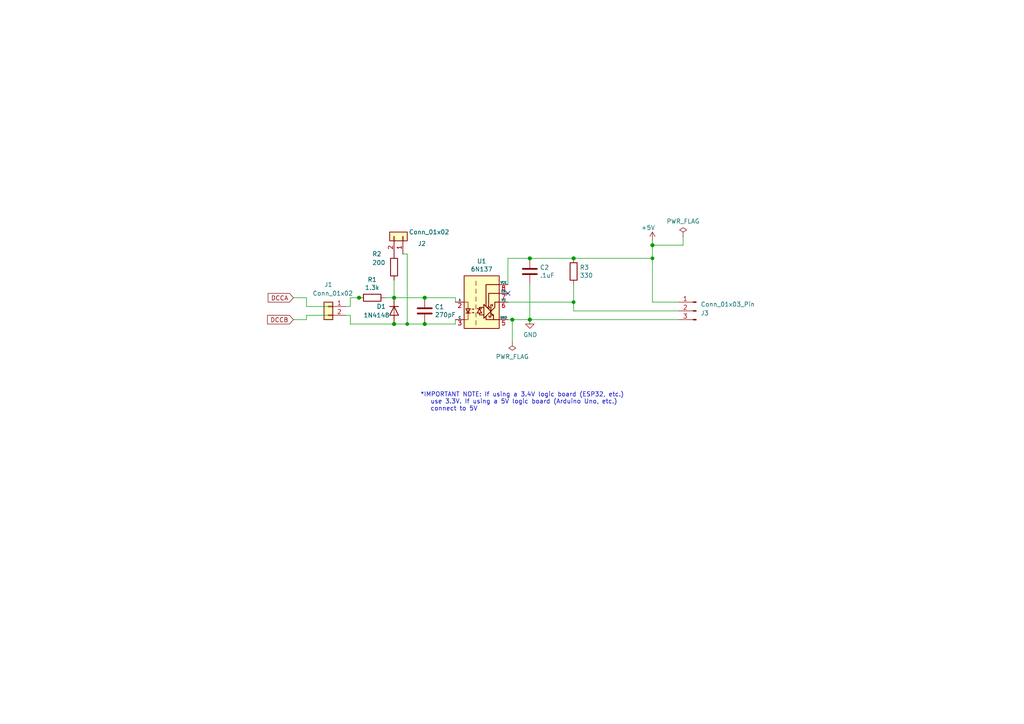
<source format=kicad_sch>
(kicad_sch (version 20230121) (generator eeschema)
  (paper "A4")
  (lib_symbols
    (symbol "Connector:Conn_01x03_Pin" (pin_names (offset 1.016) hide)
      (property "Reference" "J" (at 0 5.08 0))
      (property "Value" "Conn_01x03_Pin" (at 0 -5.08 0))
      (symbol "Conn_01x03_Pin_1_1"
        (polyline (pts (xy 1.27 -2.54) (xy 0.8636 -2.54)) (stroke (width 0.1524)))
        (polyline (pts (xy 1.27 0) (xy 0.8636 0)) (stroke (width 0.1524)))
        (polyline (pts (xy 1.27 2.54) (xy 0.8636 2.54)) (stroke (width 0.1524)))
        (rectangle (start 0.8636 -2.413) (end 0 -2.667) (stroke (width 0.1524)) (fill (type outline)))
        (rectangle (start 0.8636 0.127) (end 0 -0.127) (stroke (width 0.1524)) (fill (type outline)))
        (rectangle (start 0.8636 2.667) (end 0 2.413) (stroke (width 0.1524)) (fill (type outline)))
        (pin passive line (at 5.08 2.54 180) (length 3.81) (name "Pin_1") (number "1"))
        (pin passive line (at 5.08 0 180) (length 3.81) (name "Pin_2") (number "2"))
        (pin passive line (at 5.08 -2.54 180) (length 3.81) (name "Pin_3") (number "3"))
      )
    )
    (symbol "Connector_Generic:Conn_01x02" (pin_names (offset 1.016) hide)
      (property "Reference" "J" (at 0 2.54 0))
      (property "Value" "Conn_01x02" (at 0 -5.08 0))
      (symbol "Conn_01x02_1_1"
        (rectangle (start -1.27 -2.413) (end 0 -2.667) (stroke (width 0.1524)))
        (rectangle (start -1.27 0.127) (end 0 -0.127) (stroke (width 0.1524)))
        (rectangle (start -1.27 1.27) (end 1.27 -3.81) (stroke (width 0.254)) (fill (type background)))
        (pin passive line (at -5.08 0 0) (length 3.81) (name "Pin_1") (number "1"))
        (pin passive line (at -5.08 -2.54 0) (length 3.81) (name "Pin_2") (number "2"))
      )
    )
    (symbol "Device:C" (pin_numbers hide) (pin_names (offset 0.254))
      (property "Reference" "C" (at 0.635 2.54 0))
      (property "Value" "C" (at 0.635 -2.54 0))
      (symbol "C_0_1"
        (polyline (pts (xy -2.032 -0.762) (xy 2.032 -0.762)) (stroke (width 0.508)))
        (polyline (pts (xy -2.032 0.762) (xy 2.032 0.762)) (stroke (width 0.508)))
      )
      (symbol "C_1_1"
        (pin passive line (at 0 3.81 270) (length 2.794) (name "~") (number "1"))
        (pin passive line (at 0 -3.81 90) (length 2.794) (name "~") (number "2"))
      )
    )
    (symbol "Device:R" (pin_numbers hide) (pin_names (offset 0))
      (property "Reference" "R" (at 2.032 0 90))
      (property "Value" "R" (at 0 0 90))
      (symbol "R_0_1"
        (rectangle (start -1.016 -2.54) (end 1.016 2.54) (stroke (width 0.254)))
      )
      (symbol "R_1_1"
        (pin passive line (at 0 3.81 270) (length 1.27) (name "~") (number "1"))
        (pin passive line (at 0 -3.81 90) (length 1.27) (name "~") (number "2"))
      )
    )
    (symbol "Diode:1N4148" (pin_numbers hide) (pin_names (offset 1.016) hide)
      (property "Reference" "D" (at 0 2.54 0))
      (property "Value" "1N4148" (at 0 -2.54 0))
      (symbol "1N4148_0_1"
        (polyline (pts (xy -1.27 1.27) (xy -1.27 -1.27)) (stroke (width 0.254)))
        (polyline (pts (xy 1.27 0) (xy -1.27 0)))
        (polyline (pts (xy 1.27 1.27) (xy 1.27 -1.27) (xy -1.27 0) (xy 1.27 1.27)) (stroke (width 0.254)))
      )
      (symbol "1N4148_1_1"
        (pin passive line (at -3.81 0 0) (length 2.54) (name "K") (number "1"))
        (pin passive line (at 3.81 0 180) (length 2.54) (name "A") (number "2"))
      )
    )
    (symbol "Isolator:6N137" (pin_names (offset 0))
      (property "Reference" "U1" (at 0 11.8618 0))
      (property "Value" "6N137" (at 0 9.5504 0))
      (symbol "6N137_0_1"
        (polyline (pts (xy 2.667 -3.556) (xy 2.667 -1.651)) (stroke (width 0.254)))
        (polyline (pts (xy 2.667 -2.159) (xy 2.667 -2.921)) (stroke (width 0.254)))
        (polyline (pts (xy 3.429 -3.937) (xy 3.429 -5.08)) (stroke (width 0.254)))
        (polyline (pts (xy -0.635 -3.302) (xy -0.635 -3.683) (xy 0.635 -3.683)) (stroke (width 0.254)))
        (polyline (pts (xy -0.635 -1.905) (xy -0.635 -1.524) (xy 0.508 -1.524)) (stroke (width 0.254)))
        (polyline (pts (xy 1.27 -4.064) (xy 1.27 -5.08) (xy 5.08 -5.08)) (stroke (width 0.254)))
        (polyline (pts (xy 1.27 -1.27) (xy 1.27 5.08) (xy 5.08 5.08)) (stroke (width 0.254)))
        (polyline (pts (xy 2.032 -1.27) (xy 2.032 2.54) (xy 5.08 2.54)) (stroke (width 0.254)))
        (polyline (pts (xy -5.08 -5.08) (xy -3.937 -5.08) (xy -3.937 0) (xy -5.08 0)))
        (polyline (pts (xy 2.667 -3.302) (xy 2.667 -4.318) (xy 2.159 -4.318) (xy 2.159 -3.937)) (stroke (width 0.254)))
        (polyline (pts (xy 2.667 -2.667) (xy 0.635 -4.699) (xy 0.635 -0.635) (xy 2.667 -2.667)) (stroke (width 0.254)))
        (polyline (pts (xy 2.667 -1.778) (xy 2.667 -0.762) (xy 3.175 -0.762) (xy 3.175 -1.143)) (stroke (width 0.254)))
        (polyline (pts (xy 2.794 -2.54) (xy 3.81 -1.524) (xy 3.81 0) (xy 5.08 0)) (stroke (width 0.254)))
        (polyline (pts (xy 2.667 -3.175) (xy 3.429 -3.937) (xy 3.302 -3.556) (xy 3.048 -3.81) (xy 3.429 -3.937)) (stroke (width 0.254)))
        (circle (center 2.032 -1.524) (radius 0.254) (stroke (width 0.254)))
      )
      (symbol "6N137_1_1"
        (rectangle (start -5.08 7.62) (end 5.08 -7.62) (stroke (width 0.254)) (fill (type background)))
        (polyline (pts (xy -4.572 -3.175) (xy -3.302 -3.175)) (stroke (width 0.254)))
        (polyline (pts (xy -1.651 -5.334) (xy -1.651 -6.604)))
        (polyline (pts (xy -1.651 -3.048) (xy -1.651 -4.318)))
        (polyline (pts (xy -1.651 -0.762) (xy -1.651 -2.032)))
        (polyline (pts (xy -1.651 1.524) (xy -1.651 0.254)))
        (polyline (pts (xy -1.651 3.81) (xy -1.651 2.54)))
        (polyline (pts (xy -1.651 6.096) (xy -1.651 4.826)))
        (polyline (pts (xy -1.27 -1.905) (xy 0 -1.905)) (stroke (width 0.254)))
        (polyline (pts (xy -3.937 -3.175) (xy -4.572 -1.905) (xy -3.302 -1.905) (xy -3.937 -3.175)) (stroke (width 0.254)))
        (polyline (pts (xy -0.635 -1.905) (xy -1.27 -3.175) (xy 0 -3.175) (xy -0.635 -1.905)) (stroke (width 0.254)))
        (polyline (pts (xy -2.921 -3.048) (xy -2.159 -3.048) (xy -2.54 -3.175) (xy -2.54 -2.921) (xy -2.159 -3.048)) (stroke (width 0.127)))
        (polyline (pts (xy -2.921 -2.032) (xy -2.159 -2.032) (xy -2.54 -2.159) (xy -2.54 -1.905) (xy -2.159 -2.032)) (stroke (width 0.127)))
        (pin no_connect line (at -5.08 5.08 0) (length 2.54) hide (name "NC") (number "1"))
        (pin passive line (at -7.62 0 0) (length 2.54) (name "A") (number "2"))
        (pin passive line (at -7.62 -5.08 0) (length 2.54) (name "C") (number "3"))
        (pin no_connect line (at -2.54 -7.62 90) (length 2.54) hide (name "NC") (number "4"))
        (pin power_in line (at 7.62 -5.08 180) (length 2.54) (name "GND") (number "5"))
        (pin open_collector line (at 7.62 0 180) (length 2.54) (name "VO") (number "6"))
        (pin input line (at 7.62 2.54 180) (length 2.54) (name "EN") (number "7"))
        (pin power_in line (at 7.62 5.08 180) (length 2.54) (name "VCC") (number "8"))
      )
    )
    (symbol "power:+5V" (power) (pin_names (offset 0))
      (property "Value" "+5V" (at 0 3.556 0))
      (symbol "+5V_0_1"
        (polyline (pts (xy -0.762 1.27) (xy 0 2.54)))
        (polyline (pts (xy 0 0) (xy 0 2.54)))
        (polyline (pts (xy 0 2.54) (xy 0.762 1.27)))
      )
      (symbol "+5V_1_1"
        (pin power_in line (at 0 0 90) (length 0) hide (name "+5V") (number "1"))
      )
    )
    (symbol "power:GND" (power) (pin_names (offset 0))
      (property "Value" "GND" (at 0 -3.81 0))
      (symbol "GND_0_1"
        (polyline (pts (xy 0 0) (xy 0 -1.27) (xy 1.27 -1.27) (xy 0 -2.54) (xy -1.27 -1.27) (xy 0 -1.27)))
      )
      (symbol "GND_1_1"
        (pin power_in line (at 0 0 270) (length 0) hide (name "GND") (number "1"))
      )
    )
    (symbol "power:PWR_FLAG" (power) (pin_numbers hide) (pin_names (offset 0) hide)
      (property "Value" "PWR_FLAG" (at 0 3.81 0))
      (symbol "PWR_FLAG_0_0"
        (pin power_out line (at 0 0 90) (length 0) (name "pwr") (number "1"))
      )
      (symbol "PWR_FLAG_0_1"
        (polyline (pts (xy 0 0) (xy 0 1.27) (xy -1.016 1.905) (xy 0 2.54) (xy 1.016 1.905) (xy 0 1.27)))
      )
    )
  )
  (junction (at 166.37 87.63))
  (junction (at 166.37 74.93) (diameter 1.016))
  (junction (at 189.23 71.12) (diameter 1.016))
  (junction (at 189.23 74.93))
  (junction (at 104.14 86.36) (diameter 1.016))
  (junction (at 153.67 92.71) (diameter 1.016))
  (junction (at 153.67 74.93) (diameter 1.016))
  (junction (at 148.59 92.71) (diameter 1.016))
  (junction (at 118.11 93.98))
  (junction (at 114.3 93.98) (diameter 1.016))
  (junction (at 114.3 86.36) (diameter 1.016))
  (junction (at 123.19 93.98) (diameter 1.016))
  (junction (at 123.19 86.36) (diameter 1.016))
  (no_connect (at 147.32 85.09))
  (wire (pts (xy 153.67 74.93) (xy 166.37 74.93)))
  (wire (pts (xy 114.3 81.28) (xy 114.3 86.36)))
  (wire (pts (xy 88.9 86.36) (xy 88.9 88.9)))
  (wire (pts (xy 101.6 93.98) (xy 114.3 93.98)))
  (wire (pts (xy 85.09 92.71) (xy 88.9 92.71)))
  (wire (pts (xy 189.23 69.85) (xy 189.23 71.12)))
  (wire (pts (xy 100.33 88.9) (xy 101.6 88.9)))
  (wire (pts (xy 198.12 68.58) (xy 198.12 71.12)))
  (wire (pts (xy 147.32 74.93) (xy 153.67 74.93)))
  (wire (pts (xy 153.67 92.71) (xy 196.85 92.71)))
  (wire (pts (xy 196.85 90.17) (xy 166.37 90.17)))
  (wire (pts (xy 114.3 93.98) (xy 118.11 93.98)))
  (wire (pts (xy 166.37 87.63) (xy 166.37 82.55)))
  (wire (pts (xy 166.37 74.93) (xy 189.23 74.93)))
  (wire (pts (xy 148.59 99.06) (xy 148.59 92.71)))
  (wire (pts (xy 189.23 74.93) (xy 189.23 87.63)))
  (wire (pts (xy 104.14 86.36) (xy 105.41 86.36)))
  (wire (pts (xy 153.67 82.55) (xy 153.67 92.71)))
  (wire (pts (xy 88.9 92.71) (xy 88.9 91.44)))
  (wire (pts (xy 118.11 93.98) (xy 123.19 93.98)))
  (wire (pts (xy 101.6 88.9) (xy 101.6 86.36)))
  (wire (pts (xy 147.32 87.63) (xy 166.37 87.63)))
  (wire (pts (xy 132.08 86.36) (xy 132.08 87.63)))
  (wire (pts (xy 148.59 92.71) (xy 153.67 92.71)))
  (wire (pts (xy 114.3 86.36) (xy 123.19 86.36)))
  (wire (pts (xy 123.19 86.36) (xy 132.08 86.36)))
  (wire (pts (xy 111.76 86.36) (xy 114.3 86.36)))
  (wire (pts (xy 118.11 73.66) (xy 116.84 73.66)))
  (wire (pts (xy 132.08 93.98) (xy 132.08 92.71)))
  (wire (pts (xy 88.9 91.44) (xy 95.25 91.44)))
  (wire (pts (xy 147.32 92.71) (xy 148.59 92.71)))
  (wire (pts (xy 101.6 86.36) (xy 104.14 86.36)))
  (wire (pts (xy 198.12 71.12) (xy 189.23 71.12)))
  (wire (pts (xy 189.23 71.12) (xy 189.23 74.93)))
  (wire (pts (xy 101.6 93.98) (xy 101.6 91.44)))
  (wire (pts (xy 147.32 74.93) (xy 147.32 82.55)))
  (wire (pts (xy 88.9 88.9) (xy 95.25 88.9)))
  (wire (pts (xy 189.23 87.63) (xy 196.85 87.63)))
  (wire (pts (xy 166.37 90.17) (xy 166.37 87.63)))
  (wire (pts (xy 85.09 86.36) (xy 88.9 86.36)))
  (wire (pts (xy 118.11 73.66) (xy 118.11 93.98)))
  (wire (pts (xy 101.6 91.44) (xy 100.33 91.44)))
  (wire (pts (xy 123.19 93.98) (xy 132.08 93.98)))
  (text "*IMPORTANT NOTE: If using a 3.4V logic board (ESP32, etc.)\n   use 3.3V. If using a 5V logic board (Arduino Uno, etc.)\n   connect to 5V" (at 121.92 119.38 0) (effects (font (size 1.27 1.27)) (justify left bottom)))
  (global_label "DCCA" (shape input) (at 85.09 86.36 180) (property "Intersheetrefs" "${INTERSHEET_REFS}" (effects hide)))
  (global_label "DCCB" (shape input) (at 85.09 92.71 180) (property "Intersheetrefs" "${INTERSHEET_REFS}" (effects hide)))
  (symbol (lib_id "Device:R") (at 114.3 77.47 0) (unit 1)
    (property "Reference" "R2" (at 107.95 73.66 0) (effects (justify left)))
    (property "Value" "200" (at 107.95 76.2 0) (effects (justify left)))
    (property "Footprint" "Resistor_THT:R_Axial_DIN0204_L3.6mm_D1.6mm_P1.90mm_Vertical" (effects hide))
  )
  (symbol (lib_id "Device:C") (at 153.67 78.74 0) (unit 1)
    (property "Reference" "C2" (at 156.591 77.5716 0) (effects (justify left)))
    (property "Value" ".1uF" (at 156.591 79.883 0) (effects (justify left)))
    (property "Footprint" "Capacitor_THT:C_Disc_D3.0mm_W1.6mm_P2.50mm" (effects hide))
  )
  (symbol (lib_id "Isolator:6N137") (at 139.7 87.63 0) (unit 1)
    (property "Reference" "U1" (at 139.7 75.7682 0))
    (property "Value" "6N137" (at 139.7 78.0796 0))
    (property "Footprint" "Package_DIP:DIP-8_W7.62mm" (effects hide))
    (property "Datasheet" "https://docs.broadcom.com/docs/AV02-0940EN" (effects hide))
  )
  (symbol (lib_id "power:+5V") (at 189.23 69.85 0) (unit 1)
    (property "Reference" "#PWR02" (effects hide))
    (property "Value" "+3.3 pr 5V*" (at 187.96 66.04 0))
  )
  (symbol (lib_id "power:PWR_FLAG") (at 148.59 99.06 180) (unit 1)
    (property "Reference" "#FLG01" (effects hide))
    (property "Value" "PWR_FLAG" (at 148.59 103.4542 0))
  )
  (symbol (lib_id "Device:R") (at 166.37 78.74 0) (unit 1)
    (property "Reference" "R3" (at 168.148 77.5716 0) (effects (justify left)))
    (property "Value" "330" (at 168.148 79.883 0) (effects (justify left)))
    (property "Footprint" "Resistor_THT:R_Axial_DIN0204_L3.6mm_D1.6mm_P1.90mm_Vertical" (effects hide))
  )
  (symbol (lib_id "Diode:1N4148") (at 114.3 90.17 270) (unit 1)
    (property "Reference" "D1" (at 109.22 88.9 90) (effects (justify left)))
    (property "Value" "1N4148" (at 105.41 91.44 90) (effects (justify left)))
    (property "Footprint" "Diode_THT:D_DO-35_SOD27_P2.54mm_Vertical_AnodeUp" (effects hide))
    (property "Datasheet" "https://assets.nexperia.com/documents/data-sheet/1N4148_1N4448.pdf" (effects hide))
  )
  (symbol (lib_id "Connector:Conn_01x03_Pin") (at 201.93 90.17 0) (mirror y) (unit 1)
    (property "Reference" "J3" (at 203.2 90.805 0) (effects (justify right)))
    (property "Value" "Conn_01x03_Pin" (at 203.2 88.265 0) (effects (justify right)))
    (property "Footprint" "Connector_PinHeader_2.54mm:PinHeader_1x03_P2.54mm_Vertical" (effects hide))
  )
  (symbol (lib_id "power:PWR_FLAG") (at 198.12 68.58 0) (unit 1)
    (property "Reference" "#FLG02" (effects hide))
    (property "Value" "PWR_FLAG" (at 198.12 64.1858 0))
  )
  (symbol (lib_id "power:GND") (at 153.67 92.71 0) (unit 1)
    (property "Reference" "#PWR01" (effects hide))
    (property "Value" "GND" (at 153.797 97.1042 0))
  )
  (symbol (lib_id "Connector_Generic:Conn_01x02") (at 95.25 88.9 0) (mirror y) (unit 1)
    (property "Reference" "J1" (at 95.25 82.55 0))
    (property "Value" "Conn_01x02" (at 96.52 85.09 0))
    (property "Footprint" "Connector_PinHeader_2.54mm:PinHeader_1x02_P2.54mm_Vertical" (effects hide))
  )
  (symbol (lib_id "Connector_Generic:Conn_01x02") (at 116.84 68.58 270) (mirror x) (unit 1)
    (property "Reference" "J2" (at 122.3518 70.6628 90))
    (property "Value" "Conn_01x02" (at 124.46 67.31 90))
    (property "Footprint" "Connector_PinHeader_2.54mm:PinHeader_1x02_P2.54mm_Vertical" (effects hide))
  )
  (symbol (lib_id "Device:R") (at 107.95 86.36 270) (unit 1)
    (property "Reference" "R1" (at 107.95 81.1022 90))
    (property "Value" "1.3k" (at 107.95 83.4136 90))
    (property "Footprint" "Resistor_THT:R_Axial_DIN0204_L3.6mm_D1.6mm_P1.90mm_Vertical" (effects hide))
  )
  (symbol (lib_id "Device:C") (at 123.19 90.17 0) (unit 1)
    (property "Reference" "C1" (at 126.111 89.0016 0) (effects (justify left)))
    (property "Value" "270pF" (at 126.111 91.313 0) (effects (justify left)))
    (property "Footprint" "Capacitor_THT:C_Disc_D3.0mm_W2.0mm_P2.50mm" (effects hide))
  )
)
</source>
